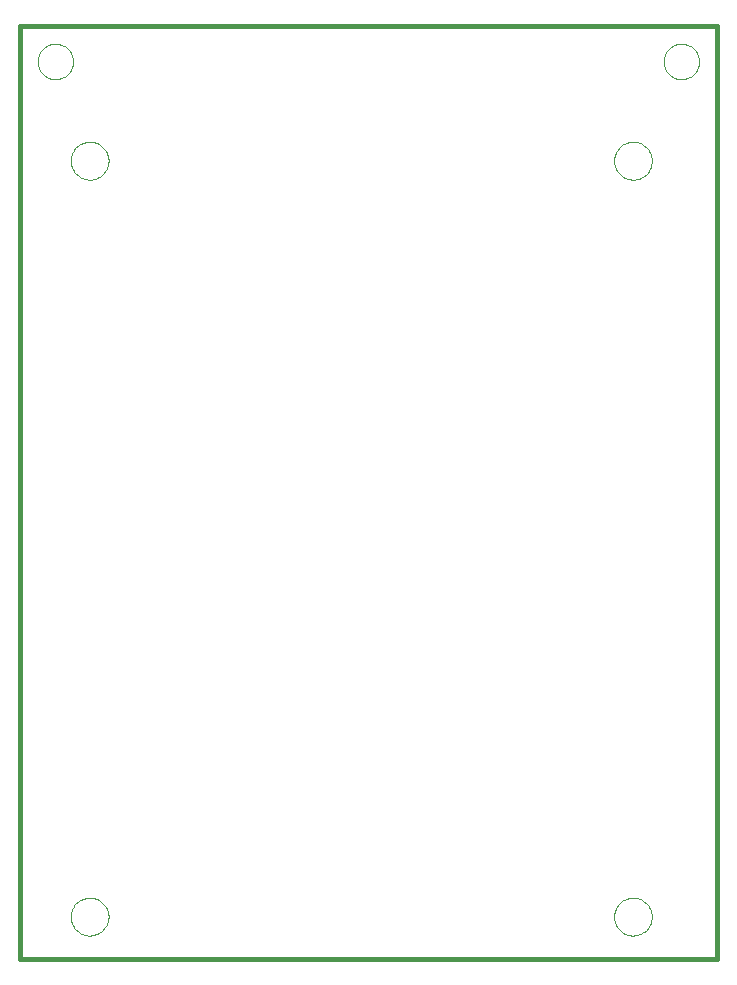
<source format=gbp>
G75*
G70*
%OFA0B0*%
%FSLAX24Y24*%
%IPPOS*%
%LPD*%
%AMOC8*
5,1,8,0,0,1.08239X$1,22.5*
%
%ADD10C,0.0160*%
%ADD11C,0.0000*%
D10*
X000519Y000180D02*
X023747Y000180D01*
X023747Y031282D01*
X000519Y031282D01*
X000519Y000180D01*
D11*
X002212Y001597D02*
X002214Y001647D01*
X002220Y001697D01*
X002230Y001746D01*
X002244Y001794D01*
X002261Y001841D01*
X002282Y001886D01*
X002307Y001930D01*
X002335Y001971D01*
X002367Y002010D01*
X002401Y002047D01*
X002438Y002081D01*
X002478Y002111D01*
X002520Y002138D01*
X002564Y002162D01*
X002610Y002183D01*
X002657Y002199D01*
X002705Y002212D01*
X002755Y002221D01*
X002804Y002226D01*
X002855Y002227D01*
X002905Y002224D01*
X002954Y002217D01*
X003003Y002206D01*
X003051Y002191D01*
X003097Y002173D01*
X003142Y002151D01*
X003185Y002125D01*
X003226Y002096D01*
X003265Y002064D01*
X003301Y002029D01*
X003333Y001991D01*
X003363Y001951D01*
X003390Y001908D01*
X003413Y001864D01*
X003432Y001818D01*
X003448Y001770D01*
X003460Y001721D01*
X003468Y001672D01*
X003472Y001622D01*
X003472Y001572D01*
X003468Y001522D01*
X003460Y001473D01*
X003448Y001424D01*
X003432Y001376D01*
X003413Y001330D01*
X003390Y001286D01*
X003363Y001243D01*
X003333Y001203D01*
X003301Y001165D01*
X003265Y001130D01*
X003226Y001098D01*
X003185Y001069D01*
X003142Y001043D01*
X003097Y001021D01*
X003051Y001003D01*
X003003Y000988D01*
X002954Y000977D01*
X002905Y000970D01*
X002855Y000967D01*
X002804Y000968D01*
X002755Y000973D01*
X002705Y000982D01*
X002657Y000995D01*
X002610Y001011D01*
X002564Y001032D01*
X002520Y001056D01*
X002478Y001083D01*
X002438Y001113D01*
X002401Y001147D01*
X002367Y001184D01*
X002335Y001223D01*
X002307Y001264D01*
X002282Y001308D01*
X002261Y001353D01*
X002244Y001400D01*
X002230Y001448D01*
X002220Y001497D01*
X002214Y001547D01*
X002212Y001597D01*
X020322Y001597D02*
X020324Y001647D01*
X020330Y001697D01*
X020340Y001746D01*
X020354Y001794D01*
X020371Y001841D01*
X020392Y001886D01*
X020417Y001930D01*
X020445Y001971D01*
X020477Y002010D01*
X020511Y002047D01*
X020548Y002081D01*
X020588Y002111D01*
X020630Y002138D01*
X020674Y002162D01*
X020720Y002183D01*
X020767Y002199D01*
X020815Y002212D01*
X020865Y002221D01*
X020914Y002226D01*
X020965Y002227D01*
X021015Y002224D01*
X021064Y002217D01*
X021113Y002206D01*
X021161Y002191D01*
X021207Y002173D01*
X021252Y002151D01*
X021295Y002125D01*
X021336Y002096D01*
X021375Y002064D01*
X021411Y002029D01*
X021443Y001991D01*
X021473Y001951D01*
X021500Y001908D01*
X021523Y001864D01*
X021542Y001818D01*
X021558Y001770D01*
X021570Y001721D01*
X021578Y001672D01*
X021582Y001622D01*
X021582Y001572D01*
X021578Y001522D01*
X021570Y001473D01*
X021558Y001424D01*
X021542Y001376D01*
X021523Y001330D01*
X021500Y001286D01*
X021473Y001243D01*
X021443Y001203D01*
X021411Y001165D01*
X021375Y001130D01*
X021336Y001098D01*
X021295Y001069D01*
X021252Y001043D01*
X021207Y001021D01*
X021161Y001003D01*
X021113Y000988D01*
X021064Y000977D01*
X021015Y000970D01*
X020965Y000967D01*
X020914Y000968D01*
X020865Y000973D01*
X020815Y000982D01*
X020767Y000995D01*
X020720Y001011D01*
X020674Y001032D01*
X020630Y001056D01*
X020588Y001083D01*
X020548Y001113D01*
X020511Y001147D01*
X020477Y001184D01*
X020445Y001223D01*
X020417Y001264D01*
X020392Y001308D01*
X020371Y001353D01*
X020354Y001400D01*
X020340Y001448D01*
X020330Y001497D01*
X020324Y001547D01*
X020322Y001597D01*
X020322Y026794D02*
X020324Y026844D01*
X020330Y026894D01*
X020340Y026943D01*
X020354Y026991D01*
X020371Y027038D01*
X020392Y027083D01*
X020417Y027127D01*
X020445Y027168D01*
X020477Y027207D01*
X020511Y027244D01*
X020548Y027278D01*
X020588Y027308D01*
X020630Y027335D01*
X020674Y027359D01*
X020720Y027380D01*
X020767Y027396D01*
X020815Y027409D01*
X020865Y027418D01*
X020914Y027423D01*
X020965Y027424D01*
X021015Y027421D01*
X021064Y027414D01*
X021113Y027403D01*
X021161Y027388D01*
X021207Y027370D01*
X021252Y027348D01*
X021295Y027322D01*
X021336Y027293D01*
X021375Y027261D01*
X021411Y027226D01*
X021443Y027188D01*
X021473Y027148D01*
X021500Y027105D01*
X021523Y027061D01*
X021542Y027015D01*
X021558Y026967D01*
X021570Y026918D01*
X021578Y026869D01*
X021582Y026819D01*
X021582Y026769D01*
X021578Y026719D01*
X021570Y026670D01*
X021558Y026621D01*
X021542Y026573D01*
X021523Y026527D01*
X021500Y026483D01*
X021473Y026440D01*
X021443Y026400D01*
X021411Y026362D01*
X021375Y026327D01*
X021336Y026295D01*
X021295Y026266D01*
X021252Y026240D01*
X021207Y026218D01*
X021161Y026200D01*
X021113Y026185D01*
X021064Y026174D01*
X021015Y026167D01*
X020965Y026164D01*
X020914Y026165D01*
X020865Y026170D01*
X020815Y026179D01*
X020767Y026192D01*
X020720Y026208D01*
X020674Y026229D01*
X020630Y026253D01*
X020588Y026280D01*
X020548Y026310D01*
X020511Y026344D01*
X020477Y026381D01*
X020445Y026420D01*
X020417Y026461D01*
X020392Y026505D01*
X020371Y026550D01*
X020354Y026597D01*
X020340Y026645D01*
X020330Y026694D01*
X020324Y026744D01*
X020322Y026794D01*
X021975Y030101D02*
X021977Y030149D01*
X021983Y030197D01*
X021993Y030244D01*
X022006Y030290D01*
X022024Y030335D01*
X022044Y030379D01*
X022069Y030421D01*
X022097Y030460D01*
X022127Y030497D01*
X022161Y030531D01*
X022198Y030563D01*
X022236Y030592D01*
X022277Y030617D01*
X022320Y030639D01*
X022365Y030657D01*
X022411Y030671D01*
X022458Y030682D01*
X022506Y030689D01*
X022554Y030692D01*
X022602Y030691D01*
X022650Y030686D01*
X022698Y030677D01*
X022744Y030665D01*
X022789Y030648D01*
X022833Y030628D01*
X022875Y030605D01*
X022915Y030578D01*
X022953Y030548D01*
X022988Y030515D01*
X023020Y030479D01*
X023050Y030441D01*
X023076Y030400D01*
X023098Y030357D01*
X023118Y030313D01*
X023133Y030268D01*
X023145Y030221D01*
X023153Y030173D01*
X023157Y030125D01*
X023157Y030077D01*
X023153Y030029D01*
X023145Y029981D01*
X023133Y029934D01*
X023118Y029889D01*
X023098Y029845D01*
X023076Y029802D01*
X023050Y029761D01*
X023020Y029723D01*
X022988Y029687D01*
X022953Y029654D01*
X022915Y029624D01*
X022875Y029597D01*
X022833Y029574D01*
X022789Y029554D01*
X022744Y029537D01*
X022698Y029525D01*
X022650Y029516D01*
X022602Y029511D01*
X022554Y029510D01*
X022506Y029513D01*
X022458Y029520D01*
X022411Y029531D01*
X022365Y029545D01*
X022320Y029563D01*
X022277Y029585D01*
X022236Y029610D01*
X022198Y029639D01*
X022161Y029671D01*
X022127Y029705D01*
X022097Y029742D01*
X022069Y029781D01*
X022044Y029823D01*
X022024Y029867D01*
X022006Y029912D01*
X021993Y029958D01*
X021983Y030005D01*
X021977Y030053D01*
X021975Y030101D01*
X002212Y026794D02*
X002214Y026844D01*
X002220Y026894D01*
X002230Y026943D01*
X002244Y026991D01*
X002261Y027038D01*
X002282Y027083D01*
X002307Y027127D01*
X002335Y027168D01*
X002367Y027207D01*
X002401Y027244D01*
X002438Y027278D01*
X002478Y027308D01*
X002520Y027335D01*
X002564Y027359D01*
X002610Y027380D01*
X002657Y027396D01*
X002705Y027409D01*
X002755Y027418D01*
X002804Y027423D01*
X002855Y027424D01*
X002905Y027421D01*
X002954Y027414D01*
X003003Y027403D01*
X003051Y027388D01*
X003097Y027370D01*
X003142Y027348D01*
X003185Y027322D01*
X003226Y027293D01*
X003265Y027261D01*
X003301Y027226D01*
X003333Y027188D01*
X003363Y027148D01*
X003390Y027105D01*
X003413Y027061D01*
X003432Y027015D01*
X003448Y026967D01*
X003460Y026918D01*
X003468Y026869D01*
X003472Y026819D01*
X003472Y026769D01*
X003468Y026719D01*
X003460Y026670D01*
X003448Y026621D01*
X003432Y026573D01*
X003413Y026527D01*
X003390Y026483D01*
X003363Y026440D01*
X003333Y026400D01*
X003301Y026362D01*
X003265Y026327D01*
X003226Y026295D01*
X003185Y026266D01*
X003142Y026240D01*
X003097Y026218D01*
X003051Y026200D01*
X003003Y026185D01*
X002954Y026174D01*
X002905Y026167D01*
X002855Y026164D01*
X002804Y026165D01*
X002755Y026170D01*
X002705Y026179D01*
X002657Y026192D01*
X002610Y026208D01*
X002564Y026229D01*
X002520Y026253D01*
X002478Y026280D01*
X002438Y026310D01*
X002401Y026344D01*
X002367Y026381D01*
X002335Y026420D01*
X002307Y026461D01*
X002282Y026505D01*
X002261Y026550D01*
X002244Y026597D01*
X002230Y026645D01*
X002220Y026694D01*
X002214Y026744D01*
X002212Y026794D01*
X001109Y030101D02*
X001111Y030149D01*
X001117Y030197D01*
X001127Y030244D01*
X001140Y030290D01*
X001158Y030335D01*
X001178Y030379D01*
X001203Y030421D01*
X001231Y030460D01*
X001261Y030497D01*
X001295Y030531D01*
X001332Y030563D01*
X001370Y030592D01*
X001411Y030617D01*
X001454Y030639D01*
X001499Y030657D01*
X001545Y030671D01*
X001592Y030682D01*
X001640Y030689D01*
X001688Y030692D01*
X001736Y030691D01*
X001784Y030686D01*
X001832Y030677D01*
X001878Y030665D01*
X001923Y030648D01*
X001967Y030628D01*
X002009Y030605D01*
X002049Y030578D01*
X002087Y030548D01*
X002122Y030515D01*
X002154Y030479D01*
X002184Y030441D01*
X002210Y030400D01*
X002232Y030357D01*
X002252Y030313D01*
X002267Y030268D01*
X002279Y030221D01*
X002287Y030173D01*
X002291Y030125D01*
X002291Y030077D01*
X002287Y030029D01*
X002279Y029981D01*
X002267Y029934D01*
X002252Y029889D01*
X002232Y029845D01*
X002210Y029802D01*
X002184Y029761D01*
X002154Y029723D01*
X002122Y029687D01*
X002087Y029654D01*
X002049Y029624D01*
X002009Y029597D01*
X001967Y029574D01*
X001923Y029554D01*
X001878Y029537D01*
X001832Y029525D01*
X001784Y029516D01*
X001736Y029511D01*
X001688Y029510D01*
X001640Y029513D01*
X001592Y029520D01*
X001545Y029531D01*
X001499Y029545D01*
X001454Y029563D01*
X001411Y029585D01*
X001370Y029610D01*
X001332Y029639D01*
X001295Y029671D01*
X001261Y029705D01*
X001231Y029742D01*
X001203Y029781D01*
X001178Y029823D01*
X001158Y029867D01*
X001140Y029912D01*
X001127Y029958D01*
X001117Y030005D01*
X001111Y030053D01*
X001109Y030101D01*
M02*

</source>
